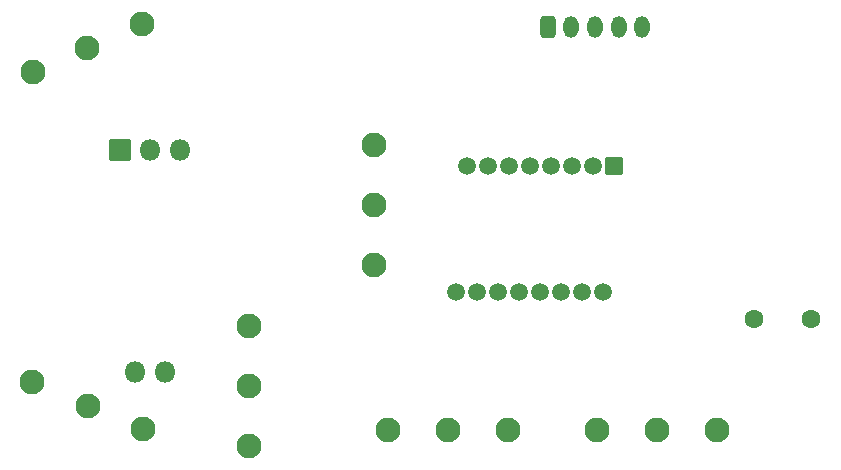
<source format=gbs>
G04 #@! TF.GenerationSoftware,KiCad,Pcbnew,(5.99.0-8445-ge10025db64)*
G04 #@! TF.CreationDate,2021-06-11T17:01:22+02:00*
G04 #@! TF.ProjectId,g100s,67313030-732e-46b6-9963-61645f706362,rev?*
G04 #@! TF.SameCoordinates,Original*
G04 #@! TF.FileFunction,Soldermask,Bot*
G04 #@! TF.FilePolarity,Negative*
%FSLAX46Y46*%
G04 Gerber Fmt 4.6, Leading zero omitted, Abs format (unit mm)*
G04 Created by KiCad (PCBNEW (5.99.0-8445-ge10025db64)) date 2021-06-11 17:01:22*
%MOMM*%
%LPD*%
G01*
G04 APERTURE LIST*
G04 Aperture macros list*
%AMRoundRect*
0 Rectangle with rounded corners*
0 $1 Rounding radius*
0 $2 $3 $4 $5 $6 $7 $8 $9 X,Y pos of 4 corners*
0 Add a 4 corners polygon primitive as box body*
4,1,4,$2,$3,$4,$5,$6,$7,$8,$9,$2,$3,0*
0 Add four circle primitives for the rounded corners*
1,1,$1+$1,$2,$3*
1,1,$1+$1,$4,$5*
1,1,$1+$1,$6,$7*
1,1,$1+$1,$8,$9*
0 Add four rect primitives between the rounded corners*
20,1,$1+$1,$2,$3,$4,$5,0*
20,1,$1+$1,$4,$5,$6,$7,0*
20,1,$1+$1,$6,$7,$8,$9,0*
20,1,$1+$1,$8,$9,$2,$3,0*%
G04 Aperture macros list end*
%ADD10RoundRect,0.271250X-0.379750X-0.654750X0.379750X-0.654750X0.379750X0.654750X-0.379750X0.654750X0*%
%ADD11O,1.302000X1.852000*%
%ADD12C,1.602000*%
%ADD13RoundRect,0.051000X0.850000X-0.850000X0.850000X0.850000X-0.850000X0.850000X-0.850000X-0.850000X0*%
%ADD14O,1.802000X1.802000*%
%ADD15C,2.102000*%
%ADD16RoundRect,0.051000X0.700000X0.700000X-0.700000X0.700000X-0.700000X-0.700000X0.700000X-0.700000X0*%
%ADD17C,1.502000*%
G04 APERTURE END LIST*
D10*
X77490000Y-128840000D03*
D11*
X79490000Y-128840000D03*
X81490000Y-128840000D03*
X83490000Y-128840000D03*
X85490000Y-128840000D03*
D12*
X94931579Y-153544907D03*
X99811579Y-153544907D03*
D13*
X41225000Y-139245000D03*
D14*
X43765000Y-139245000D03*
X46305000Y-139245000D03*
D15*
X62750000Y-138785000D03*
X62750000Y-148945000D03*
X62750000Y-143865000D03*
X43206165Y-162849914D03*
X33853835Y-158880086D03*
X38530000Y-160865000D03*
D14*
X45090000Y-158050000D03*
X42550000Y-158050000D03*
D15*
X91850000Y-162900000D03*
X81690000Y-162900000D03*
X86770000Y-162900000D03*
D16*
X83080000Y-140550000D03*
D17*
X81300000Y-140550000D03*
X79520000Y-140550000D03*
X77740000Y-140550000D03*
X75960000Y-140550000D03*
X74180000Y-140550000D03*
X72400000Y-140550000D03*
X70620000Y-140550000D03*
X69730000Y-151250000D03*
X71510000Y-151250000D03*
X73290000Y-151250000D03*
X75070000Y-151250000D03*
X76850000Y-151250000D03*
X78630000Y-151250000D03*
X80410000Y-151250000D03*
X82190000Y-151250000D03*
D15*
X52200000Y-164310000D03*
X52200000Y-154150000D03*
X52200000Y-159230000D03*
X74130000Y-162900000D03*
X63970000Y-162900000D03*
X69050000Y-162900000D03*
X43150811Y-128508778D03*
X33869189Y-132641222D03*
X38510000Y-130575000D03*
M02*

</source>
